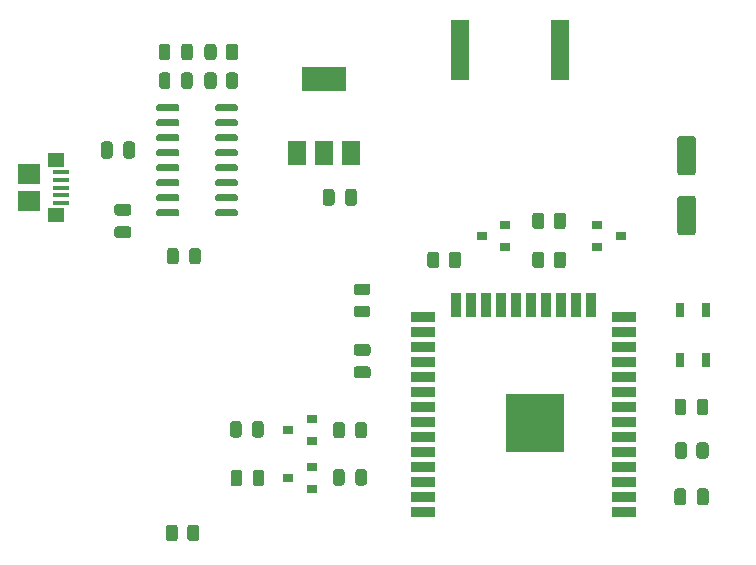
<source format=gtp>
G04 #@! TF.GenerationSoftware,KiCad,Pcbnew,(5.1.9-0-10_14)*
G04 #@! TF.CreationDate,2021-06-28T14:28:25+02:00*
G04 #@! TF.ProjectId,ithowifi_4l,6974686f-7769-4666-995f-346c2e6b6963,rev?*
G04 #@! TF.SameCoordinates,Original*
G04 #@! TF.FileFunction,Paste,Top*
G04 #@! TF.FilePolarity,Positive*
%FSLAX46Y46*%
G04 Gerber Fmt 4.6, Leading zero omitted, Abs format (unit mm)*
G04 Created by KiCad (PCBNEW (5.1.9-0-10_14)) date 2021-06-28 14:28:25*
%MOMM*%
%LPD*%
G01*
G04 APERTURE LIST*
%ADD10R,1.450000X1.150000*%
%ADD11R,1.900000X1.750000*%
%ADD12R,1.400000X0.400000*%
%ADD13R,1.500000X2.000000*%
%ADD14R,3.800000X2.000000*%
%ADD15R,0.900000X0.800000*%
%ADD16R,0.650000X1.200000*%
%ADD17R,2.000000X0.900000*%
%ADD18R,0.900000X2.000000*%
%ADD19R,5.000000X5.000000*%
%ADD20R,1.500000X5.080000*%
G04 APERTURE END LIST*
D10*
X56385000Y-118848000D03*
X56385000Y-123488000D03*
D11*
X54155000Y-120043000D03*
D12*
X56805000Y-121168000D03*
X56805000Y-121818000D03*
X56805000Y-122468000D03*
X56805000Y-119868000D03*
X56805000Y-120518000D03*
D11*
X54155000Y-122293000D03*
G36*
G01*
X80002000Y-121508500D02*
X80002000Y-122458500D01*
G75*
G02*
X79752000Y-122708500I-250000J0D01*
G01*
X79252000Y-122708500D01*
G75*
G02*
X79002000Y-122458500I0J250000D01*
G01*
X79002000Y-121508500D01*
G75*
G02*
X79252000Y-121258500I250000J0D01*
G01*
X79752000Y-121258500D01*
G75*
G02*
X80002000Y-121508500I0J-250000D01*
G01*
G37*
G36*
G01*
X81902000Y-121508500D02*
X81902000Y-122458500D01*
G75*
G02*
X81652000Y-122708500I-250000J0D01*
G01*
X81152000Y-122708500D01*
G75*
G02*
X80902000Y-122458500I0J250000D01*
G01*
X80902000Y-121508500D01*
G75*
G02*
X81152000Y-121258500I250000J0D01*
G01*
X81652000Y-121258500D01*
G75*
G02*
X81902000Y-121508500I0J-250000D01*
G01*
G37*
G36*
G01*
X98577500Y-124436002D02*
X98577500Y-123535998D01*
G75*
G02*
X98827498Y-123286000I249998J0D01*
G01*
X99352502Y-123286000D01*
G75*
G02*
X99602500Y-123535998I0J-249998D01*
G01*
X99602500Y-124436002D01*
G75*
G02*
X99352502Y-124686000I-249998J0D01*
G01*
X98827498Y-124686000D01*
G75*
G02*
X98577500Y-124436002I0J249998D01*
G01*
G37*
G36*
G01*
X96752500Y-124436002D02*
X96752500Y-123535998D01*
G75*
G02*
X97002498Y-123286000I249998J0D01*
G01*
X97527502Y-123286000D01*
G75*
G02*
X97777500Y-123535998I0J-249998D01*
G01*
X97777500Y-124436002D01*
G75*
G02*
X97527502Y-124686000I-249998J0D01*
G01*
X97002498Y-124686000D01*
G75*
G02*
X96752500Y-124436002I0J249998D01*
G01*
G37*
G36*
G01*
X70014500Y-109231998D02*
X70014500Y-110132002D01*
G75*
G02*
X69764502Y-110382000I-249998J0D01*
G01*
X69239498Y-110382000D01*
G75*
G02*
X68989500Y-110132002I0J249998D01*
G01*
X68989500Y-109231998D01*
G75*
G02*
X69239498Y-108982000I249998J0D01*
G01*
X69764502Y-108982000D01*
G75*
G02*
X70014500Y-109231998I0J-249998D01*
G01*
G37*
G36*
G01*
X71839500Y-109231998D02*
X71839500Y-110132002D01*
G75*
G02*
X71589502Y-110382000I-249998J0D01*
G01*
X71064498Y-110382000D01*
G75*
G02*
X70814500Y-110132002I0J249998D01*
G01*
X70814500Y-109231998D01*
G75*
G02*
X71064498Y-108982000I249998J0D01*
G01*
X71589502Y-108982000D01*
G75*
G02*
X71839500Y-109231998I0J-249998D01*
G01*
G37*
G36*
G01*
X70014500Y-111657998D02*
X70014500Y-112558002D01*
G75*
G02*
X69764502Y-112808000I-249998J0D01*
G01*
X69239498Y-112808000D01*
G75*
G02*
X68989500Y-112558002I0J249998D01*
G01*
X68989500Y-111657998D01*
G75*
G02*
X69239498Y-111408000I249998J0D01*
G01*
X69764502Y-111408000D01*
G75*
G02*
X70014500Y-111657998I0J-249998D01*
G01*
G37*
G36*
G01*
X71839500Y-111657998D02*
X71839500Y-112558002D01*
G75*
G02*
X71589502Y-112808000I-249998J0D01*
G01*
X71064498Y-112808000D01*
G75*
G02*
X70814500Y-112558002I0J249998D01*
G01*
X70814500Y-111657998D01*
G75*
G02*
X71064498Y-111408000I249998J0D01*
G01*
X71589502Y-111408000D01*
G75*
G02*
X71839500Y-111657998I0J-249998D01*
G01*
G37*
G36*
G01*
X66742500Y-149951998D02*
X66742500Y-150852002D01*
G75*
G02*
X66492502Y-151102000I-249998J0D01*
G01*
X65967498Y-151102000D01*
G75*
G02*
X65717500Y-150852002I0J249998D01*
G01*
X65717500Y-149951998D01*
G75*
G02*
X65967498Y-149702000I249998J0D01*
G01*
X66492502Y-149702000D01*
G75*
G02*
X66742500Y-149951998I0J-249998D01*
G01*
G37*
G36*
G01*
X68567500Y-149951998D02*
X68567500Y-150852002D01*
G75*
G02*
X68317502Y-151102000I-249998J0D01*
G01*
X67792498Y-151102000D01*
G75*
G02*
X67542500Y-150852002I0J249998D01*
G01*
X67542500Y-149951998D01*
G75*
G02*
X67792498Y-149702000I249998J0D01*
G01*
X68317502Y-149702000D01*
G75*
G02*
X68567500Y-149951998I0J-249998D01*
G01*
G37*
G36*
G01*
X61211000Y-117508000D02*
X61211000Y-118458000D01*
G75*
G02*
X60961000Y-118708000I-250000J0D01*
G01*
X60461000Y-118708000D01*
G75*
G02*
X60211000Y-118458000I0J250000D01*
G01*
X60211000Y-117508000D01*
G75*
G02*
X60461000Y-117258000I250000J0D01*
G01*
X60961000Y-117258000D01*
G75*
G02*
X61211000Y-117508000I0J-250000D01*
G01*
G37*
G36*
G01*
X63111000Y-117508000D02*
X63111000Y-118458000D01*
G75*
G02*
X62861000Y-118708000I-250000J0D01*
G01*
X62361000Y-118708000D01*
G75*
G02*
X62111000Y-118458000I0J250000D01*
G01*
X62111000Y-117508000D01*
G75*
G02*
X62361000Y-117258000I250000J0D01*
G01*
X62861000Y-117258000D01*
G75*
G02*
X63111000Y-117508000I0J-250000D01*
G01*
G37*
G36*
G01*
X62561000Y-123533500D02*
X61611000Y-123533500D01*
G75*
G02*
X61361000Y-123283500I0J250000D01*
G01*
X61361000Y-122783500D01*
G75*
G02*
X61611000Y-122533500I250000J0D01*
G01*
X62561000Y-122533500D01*
G75*
G02*
X62811000Y-122783500I0J-250000D01*
G01*
X62811000Y-123283500D01*
G75*
G02*
X62561000Y-123533500I-250000J0D01*
G01*
G37*
G36*
G01*
X62561000Y-125433500D02*
X61611000Y-125433500D01*
G75*
G02*
X61361000Y-125183500I0J250000D01*
G01*
X61361000Y-124683500D01*
G75*
G02*
X61611000Y-124433500I250000J0D01*
G01*
X62561000Y-124433500D01*
G75*
G02*
X62811000Y-124683500I0J-250000D01*
G01*
X62811000Y-125183500D01*
G75*
G02*
X62561000Y-125433500I-250000J0D01*
G01*
G37*
D13*
X76791500Y-118267500D03*
X81391500Y-118267500D03*
X79091500Y-118267500D03*
D14*
X79091500Y-111967500D03*
G36*
G01*
X69877000Y-114568000D02*
X69877000Y-114268000D01*
G75*
G02*
X70027000Y-114118000I150000J0D01*
G01*
X71677000Y-114118000D01*
G75*
G02*
X71827000Y-114268000I0J-150000D01*
G01*
X71827000Y-114568000D01*
G75*
G02*
X71677000Y-114718000I-150000J0D01*
G01*
X70027000Y-114718000D01*
G75*
G02*
X69877000Y-114568000I0J150000D01*
G01*
G37*
G36*
G01*
X69877000Y-115838000D02*
X69877000Y-115538000D01*
G75*
G02*
X70027000Y-115388000I150000J0D01*
G01*
X71677000Y-115388000D01*
G75*
G02*
X71827000Y-115538000I0J-150000D01*
G01*
X71827000Y-115838000D01*
G75*
G02*
X71677000Y-115988000I-150000J0D01*
G01*
X70027000Y-115988000D01*
G75*
G02*
X69877000Y-115838000I0J150000D01*
G01*
G37*
G36*
G01*
X69877000Y-117108000D02*
X69877000Y-116808000D01*
G75*
G02*
X70027000Y-116658000I150000J0D01*
G01*
X71677000Y-116658000D01*
G75*
G02*
X71827000Y-116808000I0J-150000D01*
G01*
X71827000Y-117108000D01*
G75*
G02*
X71677000Y-117258000I-150000J0D01*
G01*
X70027000Y-117258000D01*
G75*
G02*
X69877000Y-117108000I0J150000D01*
G01*
G37*
G36*
G01*
X69877000Y-118378000D02*
X69877000Y-118078000D01*
G75*
G02*
X70027000Y-117928000I150000J0D01*
G01*
X71677000Y-117928000D01*
G75*
G02*
X71827000Y-118078000I0J-150000D01*
G01*
X71827000Y-118378000D01*
G75*
G02*
X71677000Y-118528000I-150000J0D01*
G01*
X70027000Y-118528000D01*
G75*
G02*
X69877000Y-118378000I0J150000D01*
G01*
G37*
G36*
G01*
X69877000Y-119648000D02*
X69877000Y-119348000D01*
G75*
G02*
X70027000Y-119198000I150000J0D01*
G01*
X71677000Y-119198000D01*
G75*
G02*
X71827000Y-119348000I0J-150000D01*
G01*
X71827000Y-119648000D01*
G75*
G02*
X71677000Y-119798000I-150000J0D01*
G01*
X70027000Y-119798000D01*
G75*
G02*
X69877000Y-119648000I0J150000D01*
G01*
G37*
G36*
G01*
X69877000Y-120918000D02*
X69877000Y-120618000D01*
G75*
G02*
X70027000Y-120468000I150000J0D01*
G01*
X71677000Y-120468000D01*
G75*
G02*
X71827000Y-120618000I0J-150000D01*
G01*
X71827000Y-120918000D01*
G75*
G02*
X71677000Y-121068000I-150000J0D01*
G01*
X70027000Y-121068000D01*
G75*
G02*
X69877000Y-120918000I0J150000D01*
G01*
G37*
G36*
G01*
X69877000Y-122188000D02*
X69877000Y-121888000D01*
G75*
G02*
X70027000Y-121738000I150000J0D01*
G01*
X71677000Y-121738000D01*
G75*
G02*
X71827000Y-121888000I0J-150000D01*
G01*
X71827000Y-122188000D01*
G75*
G02*
X71677000Y-122338000I-150000J0D01*
G01*
X70027000Y-122338000D01*
G75*
G02*
X69877000Y-122188000I0J150000D01*
G01*
G37*
G36*
G01*
X69877000Y-123458000D02*
X69877000Y-123158000D01*
G75*
G02*
X70027000Y-123008000I150000J0D01*
G01*
X71677000Y-123008000D01*
G75*
G02*
X71827000Y-123158000I0J-150000D01*
G01*
X71827000Y-123458000D01*
G75*
G02*
X71677000Y-123608000I-150000J0D01*
G01*
X70027000Y-123608000D01*
G75*
G02*
X69877000Y-123458000I0J150000D01*
G01*
G37*
G36*
G01*
X64927000Y-123458000D02*
X64927000Y-123158000D01*
G75*
G02*
X65077000Y-123008000I150000J0D01*
G01*
X66727000Y-123008000D01*
G75*
G02*
X66877000Y-123158000I0J-150000D01*
G01*
X66877000Y-123458000D01*
G75*
G02*
X66727000Y-123608000I-150000J0D01*
G01*
X65077000Y-123608000D01*
G75*
G02*
X64927000Y-123458000I0J150000D01*
G01*
G37*
G36*
G01*
X64927000Y-122188000D02*
X64927000Y-121888000D01*
G75*
G02*
X65077000Y-121738000I150000J0D01*
G01*
X66727000Y-121738000D01*
G75*
G02*
X66877000Y-121888000I0J-150000D01*
G01*
X66877000Y-122188000D01*
G75*
G02*
X66727000Y-122338000I-150000J0D01*
G01*
X65077000Y-122338000D01*
G75*
G02*
X64927000Y-122188000I0J150000D01*
G01*
G37*
G36*
G01*
X64927000Y-120918000D02*
X64927000Y-120618000D01*
G75*
G02*
X65077000Y-120468000I150000J0D01*
G01*
X66727000Y-120468000D01*
G75*
G02*
X66877000Y-120618000I0J-150000D01*
G01*
X66877000Y-120918000D01*
G75*
G02*
X66727000Y-121068000I-150000J0D01*
G01*
X65077000Y-121068000D01*
G75*
G02*
X64927000Y-120918000I0J150000D01*
G01*
G37*
G36*
G01*
X64927000Y-119648000D02*
X64927000Y-119348000D01*
G75*
G02*
X65077000Y-119198000I150000J0D01*
G01*
X66727000Y-119198000D01*
G75*
G02*
X66877000Y-119348000I0J-150000D01*
G01*
X66877000Y-119648000D01*
G75*
G02*
X66727000Y-119798000I-150000J0D01*
G01*
X65077000Y-119798000D01*
G75*
G02*
X64927000Y-119648000I0J150000D01*
G01*
G37*
G36*
G01*
X64927000Y-118378000D02*
X64927000Y-118078000D01*
G75*
G02*
X65077000Y-117928000I150000J0D01*
G01*
X66727000Y-117928000D01*
G75*
G02*
X66877000Y-118078000I0J-150000D01*
G01*
X66877000Y-118378000D01*
G75*
G02*
X66727000Y-118528000I-150000J0D01*
G01*
X65077000Y-118528000D01*
G75*
G02*
X64927000Y-118378000I0J150000D01*
G01*
G37*
G36*
G01*
X64927000Y-117108000D02*
X64927000Y-116808000D01*
G75*
G02*
X65077000Y-116658000I150000J0D01*
G01*
X66727000Y-116658000D01*
G75*
G02*
X66877000Y-116808000I0J-150000D01*
G01*
X66877000Y-117108000D01*
G75*
G02*
X66727000Y-117258000I-150000J0D01*
G01*
X65077000Y-117258000D01*
G75*
G02*
X64927000Y-117108000I0J150000D01*
G01*
G37*
G36*
G01*
X64927000Y-115838000D02*
X64927000Y-115538000D01*
G75*
G02*
X65077000Y-115388000I150000J0D01*
G01*
X66727000Y-115388000D01*
G75*
G02*
X66877000Y-115538000I0J-150000D01*
G01*
X66877000Y-115838000D01*
G75*
G02*
X66727000Y-115988000I-150000J0D01*
G01*
X65077000Y-115988000D01*
G75*
G02*
X64927000Y-115838000I0J150000D01*
G01*
G37*
G36*
G01*
X64927000Y-114568000D02*
X64927000Y-114268000D01*
G75*
G02*
X65077000Y-114118000I150000J0D01*
G01*
X66727000Y-114118000D01*
G75*
G02*
X66877000Y-114268000I0J-150000D01*
G01*
X66877000Y-114568000D01*
G75*
G02*
X66727000Y-114718000I-150000J0D01*
G01*
X65077000Y-114718000D01*
G75*
G02*
X64927000Y-114568000I0J150000D01*
G01*
G37*
G36*
G01*
X88887500Y-126837998D02*
X88887500Y-127738002D01*
G75*
G02*
X88637502Y-127988000I-249998J0D01*
G01*
X88112498Y-127988000D01*
G75*
G02*
X87862500Y-127738002I0J249998D01*
G01*
X87862500Y-126837998D01*
G75*
G02*
X88112498Y-126588000I249998J0D01*
G01*
X88637502Y-126588000D01*
G75*
G02*
X88887500Y-126837998I0J-249998D01*
G01*
G37*
G36*
G01*
X90712500Y-126837998D02*
X90712500Y-127738002D01*
G75*
G02*
X90462502Y-127988000I-249998J0D01*
G01*
X89937498Y-127988000D01*
G75*
G02*
X89687500Y-127738002I0J249998D01*
G01*
X89687500Y-126837998D01*
G75*
G02*
X89937498Y-126588000I249998J0D01*
G01*
X90462502Y-126588000D01*
G75*
G02*
X90712500Y-126837998I0J-249998D01*
G01*
G37*
G36*
G01*
X109842500Y-142966998D02*
X109842500Y-143867002D01*
G75*
G02*
X109592502Y-144117000I-249998J0D01*
G01*
X109067498Y-144117000D01*
G75*
G02*
X108817500Y-143867002I0J249998D01*
G01*
X108817500Y-142966998D01*
G75*
G02*
X109067498Y-142717000I249998J0D01*
G01*
X109592502Y-142717000D01*
G75*
G02*
X109842500Y-142966998I0J-249998D01*
G01*
G37*
G36*
G01*
X111667500Y-142966998D02*
X111667500Y-143867002D01*
G75*
G02*
X111417502Y-144117000I-249998J0D01*
G01*
X110892498Y-144117000D01*
G75*
G02*
X110642500Y-143867002I0J249998D01*
G01*
X110642500Y-142966998D01*
G75*
G02*
X110892498Y-142717000I249998J0D01*
G01*
X111417502Y-142717000D01*
G75*
G02*
X111667500Y-142966998I0J-249998D01*
G01*
G37*
G36*
G01*
X97777500Y-126837998D02*
X97777500Y-127738002D01*
G75*
G02*
X97527502Y-127988000I-249998J0D01*
G01*
X97002498Y-127988000D01*
G75*
G02*
X96752500Y-127738002I0J249998D01*
G01*
X96752500Y-126837998D01*
G75*
G02*
X97002498Y-126588000I249998J0D01*
G01*
X97527502Y-126588000D01*
G75*
G02*
X97777500Y-126837998I0J-249998D01*
G01*
G37*
G36*
G01*
X99602500Y-126837998D02*
X99602500Y-127738002D01*
G75*
G02*
X99352502Y-127988000I-249998J0D01*
G01*
X98827498Y-127988000D01*
G75*
G02*
X98577500Y-127738002I0J249998D01*
G01*
X98577500Y-126837998D01*
G75*
G02*
X98827498Y-126588000I249998J0D01*
G01*
X99352502Y-126588000D01*
G75*
G02*
X99602500Y-126837998I0J-249998D01*
G01*
G37*
D15*
X92455000Y-125256000D03*
X94455000Y-124306000D03*
X94455000Y-126206000D03*
X104250000Y-125256000D03*
X102250000Y-126206000D03*
X102250000Y-124306000D03*
G36*
G01*
X109782000Y-146874000D02*
X109782000Y-147824000D01*
G75*
G02*
X109532000Y-148074000I-250000J0D01*
G01*
X109032000Y-148074000D01*
G75*
G02*
X108782000Y-147824000I0J250000D01*
G01*
X108782000Y-146874000D01*
G75*
G02*
X109032000Y-146624000I250000J0D01*
G01*
X109532000Y-146624000D01*
G75*
G02*
X109782000Y-146874000I0J-250000D01*
G01*
G37*
G36*
G01*
X111682000Y-146874000D02*
X111682000Y-147824000D01*
G75*
G02*
X111432000Y-148074000I-250000J0D01*
G01*
X110932000Y-148074000D01*
G75*
G02*
X110682000Y-147824000I0J250000D01*
G01*
X110682000Y-146874000D01*
G75*
G02*
X110932000Y-146624000I250000J0D01*
G01*
X111432000Y-146624000D01*
G75*
G02*
X111682000Y-146874000I0J-250000D01*
G01*
G37*
D16*
X109271000Y-135788000D03*
X109271000Y-131488000D03*
X111421000Y-135788000D03*
X111421000Y-131488000D03*
G36*
G01*
X81867500Y-136308000D02*
X82817500Y-136308000D01*
G75*
G02*
X83067500Y-136558000I0J-250000D01*
G01*
X83067500Y-137058000D01*
G75*
G02*
X82817500Y-137308000I-250000J0D01*
G01*
X81867500Y-137308000D01*
G75*
G02*
X81617500Y-137058000I0J250000D01*
G01*
X81617500Y-136558000D01*
G75*
G02*
X81867500Y-136308000I250000J0D01*
G01*
G37*
G36*
G01*
X81867500Y-134408000D02*
X82817500Y-134408000D01*
G75*
G02*
X83067500Y-134658000I0J-250000D01*
G01*
X83067500Y-135158000D01*
G75*
G02*
X82817500Y-135408000I-250000J0D01*
G01*
X81867500Y-135408000D01*
G75*
G02*
X81617500Y-135158000I0J250000D01*
G01*
X81617500Y-134658000D01*
G75*
G02*
X81867500Y-134408000I250000J0D01*
G01*
G37*
G36*
G01*
X110357000Y-120114000D02*
X109257000Y-120114000D01*
G75*
G02*
X109007000Y-119864000I0J250000D01*
G01*
X109007000Y-117039000D01*
G75*
G02*
X109257000Y-116789000I250000J0D01*
G01*
X110357000Y-116789000D01*
G75*
G02*
X110607000Y-117039000I0J-250000D01*
G01*
X110607000Y-119864000D01*
G75*
G02*
X110357000Y-120114000I-250000J0D01*
G01*
G37*
G36*
G01*
X110357000Y-125189000D02*
X109257000Y-125189000D01*
G75*
G02*
X109007000Y-124939000I0J250000D01*
G01*
X109007000Y-122114000D01*
G75*
G02*
X109257000Y-121864000I250000J0D01*
G01*
X110357000Y-121864000D01*
G75*
G02*
X110607000Y-122114000I0J-250000D01*
G01*
X110607000Y-124939000D01*
G75*
G02*
X110357000Y-125189000I-250000J0D01*
G01*
G37*
D17*
X87477600Y-148615400D03*
X87477600Y-147345400D03*
X87477600Y-146075400D03*
X87477600Y-144805400D03*
X87477600Y-143535400D03*
X87477600Y-142265400D03*
X87477600Y-140995400D03*
X87477600Y-139725400D03*
X87477600Y-138455400D03*
X87477600Y-137185400D03*
X87477600Y-135915400D03*
X87477600Y-134645400D03*
X87477600Y-133375400D03*
X87477600Y-132105400D03*
D18*
X90262600Y-131105400D03*
X91532600Y-131105400D03*
X92802600Y-131105400D03*
X94072600Y-131105400D03*
X95342600Y-131105400D03*
X96612600Y-131105400D03*
X97882600Y-131105400D03*
X99152600Y-131105400D03*
X100422600Y-131105400D03*
X101692600Y-131105400D03*
D17*
X104477600Y-132105400D03*
X104477600Y-133375400D03*
X104477600Y-134645400D03*
X104477600Y-135915400D03*
X104477600Y-137185400D03*
X104477600Y-138455400D03*
X104477600Y-139725400D03*
X104477600Y-140995400D03*
X104477600Y-142265400D03*
X104477600Y-143535400D03*
X104477600Y-144805400D03*
X104477600Y-146075400D03*
X104477600Y-147345400D03*
X104477600Y-148615400D03*
D19*
X96977600Y-141115400D03*
G36*
G01*
X109769000Y-139277750D02*
X109769000Y-140190250D01*
G75*
G02*
X109525250Y-140434000I-243750J0D01*
G01*
X109037750Y-140434000D01*
G75*
G02*
X108794000Y-140190250I0J243750D01*
G01*
X108794000Y-139277750D01*
G75*
G02*
X109037750Y-139034000I243750J0D01*
G01*
X109525250Y-139034000D01*
G75*
G02*
X109769000Y-139277750I0J-243750D01*
G01*
G37*
G36*
G01*
X111644000Y-139277750D02*
X111644000Y-140190250D01*
G75*
G02*
X111400250Y-140434000I-243750J0D01*
G01*
X110912750Y-140434000D01*
G75*
G02*
X110669000Y-140190250I0J243750D01*
G01*
X110669000Y-139277750D01*
G75*
G02*
X110912750Y-139034000I243750J0D01*
G01*
X111400250Y-139034000D01*
G75*
G02*
X111644000Y-139277750I0J-243750D01*
G01*
G37*
G36*
G01*
X67014500Y-112564250D02*
X67014500Y-111651750D01*
G75*
G02*
X67258250Y-111408000I243750J0D01*
G01*
X67745750Y-111408000D01*
G75*
G02*
X67989500Y-111651750I0J-243750D01*
G01*
X67989500Y-112564250D01*
G75*
G02*
X67745750Y-112808000I-243750J0D01*
G01*
X67258250Y-112808000D01*
G75*
G02*
X67014500Y-112564250I0J243750D01*
G01*
G37*
G36*
G01*
X65139500Y-112564250D02*
X65139500Y-111651750D01*
G75*
G02*
X65383250Y-111408000I243750J0D01*
G01*
X65870750Y-111408000D01*
G75*
G02*
X66114500Y-111651750I0J-243750D01*
G01*
X66114500Y-112564250D01*
G75*
G02*
X65870750Y-112808000I-243750J0D01*
G01*
X65383250Y-112808000D01*
G75*
G02*
X65139500Y-112564250I0J243750D01*
G01*
G37*
G36*
G01*
X81886250Y-131167000D02*
X82798750Y-131167000D01*
G75*
G02*
X83042500Y-131410750I0J-243750D01*
G01*
X83042500Y-131898250D01*
G75*
G02*
X82798750Y-132142000I-243750J0D01*
G01*
X81886250Y-132142000D01*
G75*
G02*
X81642500Y-131898250I0J243750D01*
G01*
X81642500Y-131410750D01*
G75*
G02*
X81886250Y-131167000I243750J0D01*
G01*
G37*
G36*
G01*
X81886250Y-129292000D02*
X82798750Y-129292000D01*
G75*
G02*
X83042500Y-129535750I0J-243750D01*
G01*
X83042500Y-130023250D01*
G75*
G02*
X82798750Y-130267000I-243750J0D01*
G01*
X81886250Y-130267000D01*
G75*
G02*
X81642500Y-130023250I0J243750D01*
G01*
X81642500Y-129535750D01*
G75*
G02*
X81886250Y-129292000I243750J0D01*
G01*
G37*
D20*
X90631400Y-109548400D03*
X99131400Y-109548400D03*
G36*
G01*
X67014500Y-110138250D02*
X67014500Y-109225750D01*
G75*
G02*
X67258250Y-108982000I243750J0D01*
G01*
X67745750Y-108982000D01*
G75*
G02*
X67989500Y-109225750I0J-243750D01*
G01*
X67989500Y-110138250D01*
G75*
G02*
X67745750Y-110382000I-243750J0D01*
G01*
X67258250Y-110382000D01*
G75*
G02*
X67014500Y-110138250I0J243750D01*
G01*
G37*
G36*
G01*
X65139500Y-110138250D02*
X65139500Y-109225750D01*
G75*
G02*
X65383250Y-108982000I243750J0D01*
G01*
X65870750Y-108982000D01*
G75*
G02*
X66114500Y-109225750I0J-243750D01*
G01*
X66114500Y-110138250D01*
G75*
G02*
X65870750Y-110382000I-243750J0D01*
G01*
X65383250Y-110382000D01*
G75*
G02*
X65139500Y-110138250I0J243750D01*
G01*
G37*
G36*
G01*
X66794500Y-126514250D02*
X66794500Y-127426750D01*
G75*
G02*
X66550750Y-127670500I-243750J0D01*
G01*
X66063250Y-127670500D01*
G75*
G02*
X65819500Y-127426750I0J243750D01*
G01*
X65819500Y-126514250D01*
G75*
G02*
X66063250Y-126270500I243750J0D01*
G01*
X66550750Y-126270500D01*
G75*
G02*
X66794500Y-126514250I0J-243750D01*
G01*
G37*
G36*
G01*
X68669500Y-126514250D02*
X68669500Y-127426750D01*
G75*
G02*
X68425750Y-127670500I-243750J0D01*
G01*
X67938250Y-127670500D01*
G75*
G02*
X67694500Y-127426750I0J243750D01*
G01*
X67694500Y-126514250D01*
G75*
G02*
X67938250Y-126270500I243750J0D01*
G01*
X68425750Y-126270500D01*
G75*
G02*
X68669500Y-126514250I0J-243750D01*
G01*
G37*
G36*
G01*
X72128500Y-141170250D02*
X72128500Y-142082750D01*
G75*
G02*
X71884750Y-142326500I-243750J0D01*
G01*
X71397250Y-142326500D01*
G75*
G02*
X71153500Y-142082750I0J243750D01*
G01*
X71153500Y-141170250D01*
G75*
G02*
X71397250Y-140926500I243750J0D01*
G01*
X71884750Y-140926500D01*
G75*
G02*
X72128500Y-141170250I0J-243750D01*
G01*
G37*
G36*
G01*
X74003500Y-141170250D02*
X74003500Y-142082750D01*
G75*
G02*
X73759750Y-142326500I-243750J0D01*
G01*
X73272250Y-142326500D01*
G75*
G02*
X73028500Y-142082750I0J243750D01*
G01*
X73028500Y-141170250D01*
G75*
G02*
X73272250Y-140926500I243750J0D01*
G01*
X73759750Y-140926500D01*
G75*
G02*
X74003500Y-141170250I0J-243750D01*
G01*
G37*
G36*
G01*
X72181000Y-145298750D02*
X72181000Y-146211250D01*
G75*
G02*
X71937250Y-146455000I-243750J0D01*
G01*
X71449750Y-146455000D01*
G75*
G02*
X71206000Y-146211250I0J243750D01*
G01*
X71206000Y-145298750D01*
G75*
G02*
X71449750Y-145055000I243750J0D01*
G01*
X71937250Y-145055000D01*
G75*
G02*
X72181000Y-145298750I0J-243750D01*
G01*
G37*
G36*
G01*
X74056000Y-145298750D02*
X74056000Y-146211250D01*
G75*
G02*
X73812250Y-146455000I-243750J0D01*
G01*
X73324750Y-146455000D01*
G75*
G02*
X73081000Y-146211250I0J243750D01*
G01*
X73081000Y-145298750D01*
G75*
G02*
X73324750Y-145055000I243750J0D01*
G01*
X73812250Y-145055000D01*
G75*
G02*
X74056000Y-145298750I0J-243750D01*
G01*
G37*
G36*
G01*
X81761500Y-142158750D02*
X81761500Y-141246250D01*
G75*
G02*
X82005250Y-141002500I243750J0D01*
G01*
X82492750Y-141002500D01*
G75*
G02*
X82736500Y-141246250I0J-243750D01*
G01*
X82736500Y-142158750D01*
G75*
G02*
X82492750Y-142402500I-243750J0D01*
G01*
X82005250Y-142402500D01*
G75*
G02*
X81761500Y-142158750I0J243750D01*
G01*
G37*
G36*
G01*
X79886500Y-142158750D02*
X79886500Y-141246250D01*
G75*
G02*
X80130250Y-141002500I243750J0D01*
G01*
X80617750Y-141002500D01*
G75*
G02*
X80861500Y-141246250I0J-243750D01*
G01*
X80861500Y-142158750D01*
G75*
G02*
X80617750Y-142402500I-243750J0D01*
G01*
X80130250Y-142402500D01*
G75*
G02*
X79886500Y-142158750I0J243750D01*
G01*
G37*
G36*
G01*
X81761500Y-146159250D02*
X81761500Y-145246750D01*
G75*
G02*
X82005250Y-145003000I243750J0D01*
G01*
X82492750Y-145003000D01*
G75*
G02*
X82736500Y-145246750I0J-243750D01*
G01*
X82736500Y-146159250D01*
G75*
G02*
X82492750Y-146403000I-243750J0D01*
G01*
X82005250Y-146403000D01*
G75*
G02*
X81761500Y-146159250I0J243750D01*
G01*
G37*
G36*
G01*
X79886500Y-146159250D02*
X79886500Y-145246750D01*
G75*
G02*
X80130250Y-145003000I243750J0D01*
G01*
X80617750Y-145003000D01*
G75*
G02*
X80861500Y-145246750I0J-243750D01*
G01*
X80861500Y-146159250D01*
G75*
G02*
X80617750Y-146403000I-243750J0D01*
G01*
X80130250Y-146403000D01*
G75*
G02*
X79886500Y-146159250I0J243750D01*
G01*
G37*
D15*
X76061000Y-141667100D03*
X78061000Y-140717100D03*
X78061000Y-142617100D03*
X76061000Y-145729600D03*
X78061000Y-144779600D03*
X78061000Y-146679600D03*
M02*

</source>
